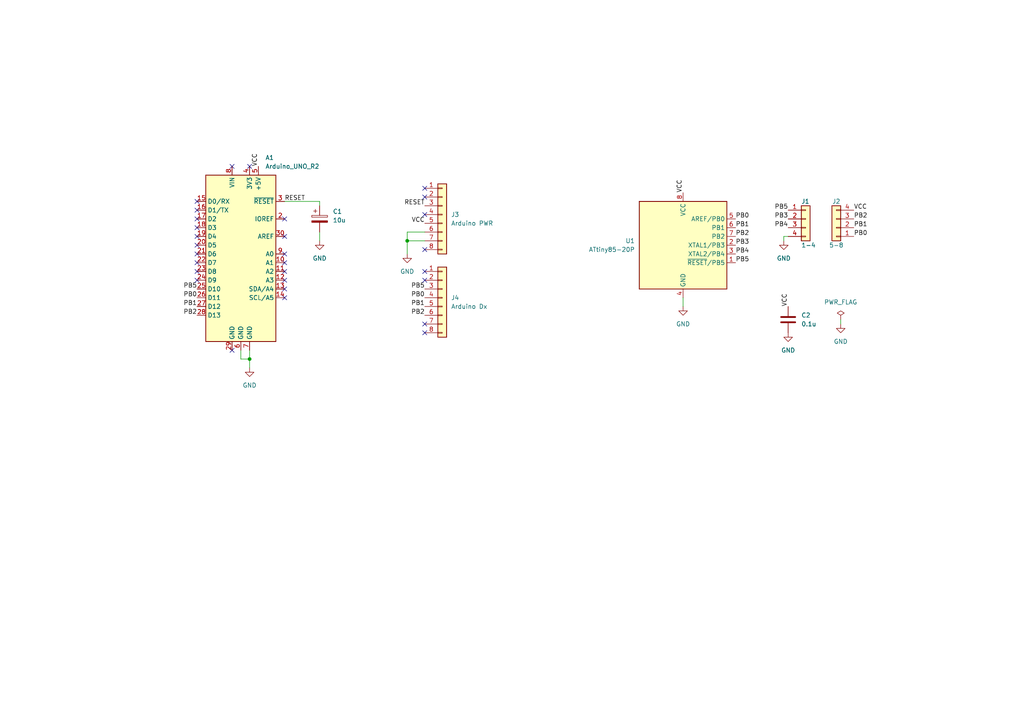
<source format=kicad_sch>
(kicad_sch (version 20211123) (generator eeschema)
  (paper "A4")
  (title_block (company "BG1REN"))
  (lib_symbols
    (symbol "Connector_Generic:Conn_01x04" (pin_names (offset 1.016) hide)
      (property "Reference" "J" (at 0 5.08 0))
      (property "Value" "Conn_01x04" (at 0 -7.62 0))
      (symbol "Conn_01x04_1_1"
        (rectangle (start -1.27 -4.953) (end 0 -5.207) (stroke (width 0.1524)))
        (rectangle (start -1.27 -2.413) (end 0 -2.667) (stroke (width 0.1524)))
        (rectangle (start -1.27 0.127) (end 0 -0.127) (stroke (width 0.1524)))
        (rectangle (start -1.27 2.667) (end 0 2.413) (stroke (width 0.1524)))
        (rectangle (start -1.27 3.81) (end 1.27 -6.35) (stroke (width 0.254)) (fill (type background)))
        (pin passive line (at -5.08 2.54 0) (length 3.81) (name "Pin_1") (number "1"))
        (pin passive line (at -5.08 0 0) (length 3.81) (name "Pin_2") (number "2"))
        (pin passive line (at -5.08 -2.54 0) (length 3.81) (name "Pin_3") (number "3"))
        (pin passive line (at -5.08 -5.08 0) (length 3.81) (name "Pin_4") (number "4"))
      )
    )
    (symbol "Connector_Generic:Conn_01x08" (pin_names (offset 1.016) hide)
      (property "Reference" "J" (at 0 10.16 0))
      (property "Value" "Conn_01x08" (at 0 -12.7 0))
      (symbol "Conn_01x08_1_1"
        (rectangle (start -1.27 -10.033) (end 0 -10.287) (stroke (width 0.1524)))
        (rectangle (start -1.27 -7.493) (end 0 -7.747) (stroke (width 0.1524)))
        (rectangle (start -1.27 -4.953) (end 0 -5.207) (stroke (width 0.1524)))
        (rectangle (start -1.27 -2.413) (end 0 -2.667) (stroke (width 0.1524)))
        (rectangle (start -1.27 0.127) (end 0 -0.127) (stroke (width 0.1524)))
        (rectangle (start -1.27 2.667) (end 0 2.413) (stroke (width 0.1524)))
        (rectangle (start -1.27 5.207) (end 0 4.953) (stroke (width 0.1524)))
        (rectangle (start -1.27 7.747) (end 0 7.493) (stroke (width 0.1524)))
        (rectangle (start -1.27 8.89) (end 1.27 -11.43) (stroke (width 0.254)) (fill (type background)))
        (pin passive line (at -5.08 7.62 0) (length 3.81) (name "Pin_1") (number "1"))
        (pin passive line (at -5.08 5.08 0) (length 3.81) (name "Pin_2") (number "2"))
        (pin passive line (at -5.08 2.54 0) (length 3.81) (name "Pin_3") (number "3"))
        (pin passive line (at -5.08 0 0) (length 3.81) (name "Pin_4") (number "4"))
        (pin passive line (at -5.08 -2.54 0) (length 3.81) (name "Pin_5") (number "5"))
        (pin passive line (at -5.08 -5.08 0) (length 3.81) (name "Pin_6") (number "6"))
        (pin passive line (at -5.08 -7.62 0) (length 3.81) (name "Pin_7") (number "7"))
        (pin passive line (at -5.08 -10.16 0) (length 3.81) (name "Pin_8") (number "8"))
      )
    )
    (symbol "Device:C" (pin_numbers hide) (pin_names (offset 0.254))
      (property "Reference" "C" (at 0.635 2.54 0))
      (property "Value" "C" (at 0.635 -2.54 0))
      (symbol "C_0_1"
        (polyline (pts (xy -2.032 -0.762) (xy 2.032 -0.762)) (stroke (width 0.508)))
        (polyline (pts (xy -2.032 0.762) (xy 2.032 0.762)) (stroke (width 0.508)))
      )
      (symbol "C_1_1"
        (pin passive line (at 0 3.81 270) (length 2.794) (name "~") (number "1"))
        (pin passive line (at 0 -3.81 90) (length 2.794) (name "~") (number "2"))
      )
    )
    (symbol "Device:C_Polarized" (pin_numbers hide) (pin_names (offset 0.254))
      (property "Reference" "C" (at 0.635 2.54 0))
      (property "Value" "C_Polarized" (at 0.635 -2.54 0))
      (symbol "C_Polarized_0_1"
        (rectangle (start -2.286 0.508) (end 2.286 1.016))
        (polyline (pts (xy -1.778 2.286) (xy -0.762 2.286)))
        (polyline (pts (xy -1.27 2.794) (xy -1.27 1.778)))
        (rectangle (start 2.286 -0.508) (end -2.286 -1.016) (fill (type outline)))
      )
      (symbol "C_Polarized_1_1"
        (pin passive line (at 0 3.81 270) (length 2.794) (name "~") (number "1"))
        (pin passive line (at 0 -3.81 90) (length 2.794) (name "~") (number "2"))
      )
    )
    (symbol "MCU_Microchip_ATtiny:ATtiny85-20P"
      (property "Reference" "U" (at -12.7 13.97 0))
      (property "Value" "ATtiny85-20P" (at 2.54 -13.97 0))
      (symbol "ATtiny85-20P_0_1"
        (rectangle (start -12.7 -12.7) (end 12.7 12.7) (stroke (width 0.254)) (fill (type background)))
      )
      (symbol "ATtiny85-20P_1_1"
        (pin bidirectional line (at 15.24 -5.08 180) (length 2.54) (name "~{RESET}/PB5") (number "1"))
        (pin bidirectional line (at 15.24 0 180) (length 2.54) (name "XTAL1/PB3") (number "2"))
        (pin bidirectional line (at 15.24 -2.54 180) (length 2.54) (name "XTAL2/PB4") (number "3"))
        (pin power_in line (at 0 -15.24 90) (length 2.54) (name "GND") (number "4"))
        (pin bidirectional line (at 15.24 7.62 180) (length 2.54) (name "AREF/PB0") (number "5"))
        (pin bidirectional line (at 15.24 5.08 180) (length 2.54) (name "PB1") (number "6"))
        (pin bidirectional line (at 15.24 2.54 180) (length 2.54) (name "PB2") (number "7"))
        (pin power_in line (at 0 15.24 270) (length 2.54) (name "VCC") (number "8"))
      )
    )
    (symbol "MCU_Module:Arduino_UNO_R2"
      (property "Reference" "A" (at -10.16 23.495 0))
      (property "Value" "Arduino_UNO_R2" (at 5.08 -26.67 0))
      (symbol "Arduino_UNO_R2_0_1"
        (rectangle (start -10.16 22.86) (end 10.16 -25.4) (stroke (width 0.254)) (fill (type background)))
      )
      (symbol "Arduino_UNO_R2_1_1"
        (pin no_connect line (at -10.16 -20.32 0) (length 2.54) hide (name "NC") (number "1"))
        (pin bidirectional line (at 12.7 -2.54 180) (length 2.54) (name "A1") (number "10"))
        (pin bidirectional line (at 12.7 -5.08 180) (length 2.54) (name "A2") (number "11"))
        (pin bidirectional line (at 12.7 -7.62 180) (length 2.54) (name "A3") (number "12"))
        (pin bidirectional line (at 12.7 -10.16 180) (length 2.54) (name "SDA/A4") (number "13"))
        (pin bidirectional line (at 12.7 -12.7 180) (length 2.54) (name "SCL/A5") (number "14"))
        (pin bidirectional line (at -12.7 15.24 0) (length 2.54) (name "D0/RX") (number "15"))
        (pin bidirectional line (at -12.7 12.7 0) (length 2.54) (name "D1/TX") (number "16"))
        (pin bidirectional line (at -12.7 10.16 0) (length 2.54) (name "D2") (number "17"))
        (pin bidirectional line (at -12.7 7.62 0) (length 2.54) (name "D3") (number "18"))
        (pin bidirectional line (at -12.7 5.08 0) (length 2.54) (name "D4") (number "19"))
        (pin output line (at 12.7 10.16 180) (length 2.54) (name "IOREF") (number "2"))
        (pin bidirectional line (at -12.7 2.54 0) (length 2.54) (name "D5") (number "20"))
        (pin bidirectional line (at -12.7 0 0) (length 2.54) (name "D6") (number "21"))
        (pin bidirectional line (at -12.7 -2.54 0) (length 2.54) (name "D7") (number "22"))
        (pin bidirectional line (at -12.7 -5.08 0) (length 2.54) (name "D8") (number "23"))
        (pin bidirectional line (at -12.7 -7.62 0) (length 2.54) (name "D9") (number "24"))
        (pin bidirectional line (at -12.7 -10.16 0) (length 2.54) (name "D10") (number "25"))
        (pin bidirectional line (at -12.7 -12.7 0) (length 2.54) (name "D11") (number "26"))
        (pin bidirectional line (at -12.7 -15.24 0) (length 2.54) (name "D12") (number "27"))
        (pin bidirectional line (at -12.7 -17.78 0) (length 2.54) (name "D13") (number "28"))
        (pin power_in line (at -2.54 -27.94 90) (length 2.54) (name "GND") (number "29"))
        (pin input line (at 12.7 15.24 180) (length 2.54) (name "~{RESET}") (number "3"))
        (pin input line (at 12.7 5.08 180) (length 2.54) (name "AREF") (number "30"))
        (pin power_out line (at 2.54 25.4 270) (length 2.54) (name "3V3") (number "4"))
        (pin power_out line (at 5.08 25.4 270) (length 2.54) (name "+5V") (number "5"))
        (pin power_in line (at 0 -27.94 90) (length 2.54) (name "GND") (number "6"))
        (pin power_in line (at 2.54 -27.94 90) (length 2.54) (name "GND") (number "7"))
        (pin power_in line (at -2.54 25.4 270) (length 2.54) (name "VIN") (number "8"))
        (pin bidirectional line (at 12.7 0 180) (length 2.54) (name "A0") (number "9"))
      )
    )
    (symbol "power:GND" (power) (pin_names (offset 0))
      (property "Value" "GND" (at 0 -3.81 0))
      (symbol "GND_0_1"
        (polyline (pts (xy 0 0) (xy 0 -1.27) (xy 1.27 -1.27) (xy 0 -2.54) (xy -1.27 -1.27) (xy 0 -1.27)))
      )
      (symbol "GND_1_1"
        (pin power_in line (at 0 0 270) (length 0) hide (name "GND") (number "1"))
      )
    )
    (symbol "power:PWR_FLAG" (power) (pin_numbers hide) (pin_names (offset 0) hide)
      (property "Value" "PWR_FLAG" (at 0 3.81 0))
      (symbol "PWR_FLAG_0_0"
        (pin power_out line (at 0 0 90) (length 0) (name "pwr") (number "1"))
      )
      (symbol "PWR_FLAG_0_1"
        (polyline (pts (xy 0 0) (xy 0 1.27) (xy -1.016 1.905) (xy 0 2.54) (xy 1.016 1.905) (xy 0 1.27)))
      )
    )
  )
  (junction (at 118.11 69.85))
  (junction (at 72.39 104.14))
  (no_connect (at 123.19 62.23))
  (no_connect (at 123.19 57.15))
  (no_connect (at 123.19 72.39))
  (no_connect (at 123.19 54.61))
  (no_connect (at 67.31 101.6))
  (no_connect (at 57.15 58.42))
  (no_connect (at 57.15 60.96))
  (no_connect (at 72.39 48.26))
  (no_connect (at 67.31 48.26))
  (no_connect (at 57.15 63.5))
  (no_connect (at 57.15 66.04))
  (no_connect (at 57.15 68.58))
  (no_connect (at 57.15 71.12))
  (no_connect (at 57.15 73.66))
  (no_connect (at 57.15 76.2))
  (no_connect (at 57.15 78.74))
  (no_connect (at 57.15 81.28))
  (no_connect (at 82.55 78.74))
  (no_connect (at 82.55 76.2))
  (no_connect (at 82.55 86.36))
  (no_connect (at 82.55 83.82))
  (no_connect (at 82.55 81.28))
  (no_connect (at 82.55 73.66))
  (no_connect (at 82.55 68.58))
  (no_connect (at 82.55 63.5))
  (no_connect (at 123.19 81.28))
  (no_connect (at 123.19 78.74))
  (no_connect (at 123.19 93.98))
  (no_connect (at 123.19 96.52))
  (wire (pts (xy 198.12 86.36) (xy 198.12 88.9)))
  (wire (pts (xy 118.11 69.85) (xy 123.19 69.85)))
  (wire (pts (xy 227.33 68.58) (xy 227.33 69.85)))
  (wire (pts (xy 82.55 58.42) (xy 92.71 58.42)))
  (wire (pts (xy 72.39 104.14) (xy 72.39 106.68)))
  (wire (pts (xy 123.19 67.31) (xy 118.11 67.31)))
  (wire (pts (xy 228.6 68.58) (xy 227.33 68.58)))
  (wire (pts (xy 69.85 101.6) (xy 69.85 104.14)))
  (wire (pts (xy 72.39 101.6) (xy 72.39 104.14)))
  (wire (pts (xy 92.71 67.31) (xy 92.71 69.85)))
  (wire (pts (xy 69.85 104.14) (xy 72.39 104.14)))
  (wire (pts (xy 118.11 69.85) (xy 118.11 73.66)))
  (wire (pts (xy 118.11 67.31) (xy 118.11 69.85)))
  (wire (pts (xy 243.84 92.71) (xy 243.84 93.98)))
  (wire (pts (xy 92.71 58.42) (xy 92.71 59.69)))
  (label "PB2" (at 123.19 91.44 180))
  (label "PB2" (at 57.15 91.44 180))
  (label "VCC" (at 198.12 55.88 90))
  (label "VCC" (at 123.19 64.77 180))
  (label "PB5" (at 213.36 76.2 0))
  (label "PB1" (at 247.65 66.04 0))
  (label "PB2" (at 213.36 68.58 0))
  (label "VCC" (at 247.65 60.96 0))
  (label "PB4" (at 213.36 73.66 0))
  (label "PB4" (at 228.6 66.04 180))
  (label "PB0" (at 57.15 86.36 180))
  (label "VCC" (at 74.93 48.26 90))
  (label "PB5" (at 228.6 60.96 180))
  (label "PB3" (at 228.6 63.5 180))
  (label "PB1" (at 123.19 88.9 180))
  (label "PB1" (at 213.36 66.04 0))
  (label "PB0" (at 123.19 86.36 180))
  (label "PB3" (at 213.36 71.12 0))
  (label "PB5" (at 57.15 83.82 180))
  (label "RESET" (at 82.55 58.42 0))
  (label "PB0" (at 213.36 63.5 0))
  (label "PB0" (at 247.65 68.58 0))
  (label "PB2" (at 247.65 63.5 0))
  (label "VCC" (at 228.6 88.9 90))
  (label "RESET" (at 123.19 59.69 180))
  (label "PB5" (at 123.19 83.82 180))
  (label "PB1" (at 57.15 88.9 180))
  (symbol (lib_id "power:GND") (at 72.39 106.68 0) (unit 1)
    (property "Reference" "#PWR01" (effects hide))
    (property "Value" "GND" (at 72.39 111.76 0))
  )
  (symbol (lib_id "Connector_Generic:Conn_01x08") (at 128.27 62.23 0) (unit 1)
    (property "Reference" "J3" (at 130.81 62.2299 0) (effects (justify left)))
    (property "Value" "Arduino PWR" (at 130.81 64.7699 0) (effects (justify left)))
    (property "Footprint" "Connector_PinHeader_2.54mm:PinHeader_1x08_P2.54mm_Vertical" (effects hide))
  )
  (symbol (lib_id "MCU_Module:Arduino_UNO_R2") (at 69.85 73.66 0) (unit 1) (in_bom no) (on_board no)
    (property "Reference" "A1" (at 76.9494 45.72 0) (effects (justify left)))
    (property "Value" "Arduino_UNO_R2" (at 76.9494 48.26 0) (effects (justify left)))
    (property "Footprint" "Module:Arduino_UNO_R2" (effects hide))
    (property "Datasheet" "https://www.arduino.cc/en/Main/arduinoBoardUno" (effects hide))
  )
  (symbol (lib_id "power:GND") (at 243.84 93.98 0) (unit 1)
    (property "Reference" "#PWR0101" (effects hide))
    (property "Value" "GND" (at 243.84 99.06 0))
  )
  (symbol (lib_id "power:GND") (at 92.71 69.85 0) (unit 1)
    (property "Reference" "#PWR02" (effects hide))
    (property "Value" "GND" (at 92.71 74.93 0))
  )
  (symbol (lib_id "power:GND") (at 227.33 69.85 0) (unit 1)
    (property "Reference" "#PWR04" (effects hide))
    (property "Value" "GND" (at 227.33 74.93 0))
  )
  (symbol (lib_id "Device:C") (at 228.6 92.71 0) (unit 1)
    (property "Reference" "C2" (at 232.41 91.4399 0) (effects (justify left)))
    (property "Value" "0.1u" (at 232.41 93.9799 0) (effects (justify left)))
    (property "Footprint" "Capacitor_SMD:C_0805_2012Metric_Pad1.18x1.45mm_HandSolder" (effects hide))
  )
  (symbol (lib_id "Connector_Generic:Conn_01x08") (at 128.27 86.36 0) (unit 1)
    (property "Reference" "J4" (at 130.81 86.3599 0) (effects (justify left)))
    (property "Value" "Arduino Dx" (at 130.81 88.8999 0) (effects (justify left)))
    (property "Footprint" "Connector_PinHeader_2.54mm:PinHeader_1x08_P2.54mm_Vertical" (effects hide))
  )
  (symbol (lib_id "Device:C_Polarized") (at 92.71 63.5 0) (unit 1)
    (property "Reference" "C1" (at 96.52 61.3409 0) (effects (justify left)))
    (property "Value" "10u" (at 96.52 63.8809 0) (effects (justify left)))
    (property "Footprint" "Capacitor_THT:CP_Radial_D4.0mm_P1.50mm" (effects hide))
  )
  (symbol (lib_id "Connector_Generic:Conn_01x04") (at 233.68 63.5 0) (unit 1)
    (property "Reference" "J1" (at 232.41 58.42 0) (effects (justify left)))
    (property "Value" "1-4" (at 232.41 71.12 0) (effects (justify left)))
    (property "Footprint" "Connector_PinHeader_2.54mm:PinHeader_1x04_P2.54mm_Vertical" (effects hide))
  )
  (symbol (lib_id "power:PWR_FLAG") (at 243.84 92.71 0) (unit 1)
    (property "Reference" "#FLG0101" (effects hide))
    (property "Value" "PWR_FLAG" (at 243.84 87.63 0))
  )
  (symbol (lib_id "power:GND") (at 228.6 96.52 0) (unit 1)
    (property "Reference" "#PWR05" (effects hide))
    (property "Value" "GND" (at 228.6 101.6 0))
  )
  (symbol (lib_id "Connector_Generic:Conn_01x04") (at 242.57 66.04 180) (unit 1)
    (property "Reference" "J2" (at 242.57 58.42 0))
    (property "Value" "5-8" (at 242.57 71.12 0))
    (property "Footprint" "Connector_PinHeader_2.54mm:PinHeader_1x04_P2.54mm_Vertical" (effects hide))
  )
  (symbol (lib_id "power:GND") (at 198.12 88.9 0) (unit 1)
    (property "Reference" "#PWR03" (effects hide))
    (property "Value" "GND" (at 198.12 93.98 0))
  )
  (symbol (lib_id "power:GND") (at 118.11 73.66 0) (unit 1)
    (property "Reference" "#PWR0102" (effects hide))
    (property "Value" "GND" (at 118.11 78.74 0))
  )
  (symbol (lib_id "MCU_Microchip_ATtiny:ATtiny85-20P") (at 198.12 71.12 0) (unit 1)
    (property "Reference" "U1" (at 184.15 69.8499 0) (effects (justify right)))
    (property "Value" "ATtiny85-20P" (at 184.15 72.3899 0) (effects (justify right)))
    (property "Footprint" "Package_DIP:DIP-8_W7.62mm" (effects hide))
    (property "Datasheet" "http://ww1.microchip.com/downloads/en/DeviceDoc/atmel-2586-avr-8-bit-microcontroller-attiny25-attiny45-attiny85_datasheet.pdf" (effects hide))
  )
)
</source>
